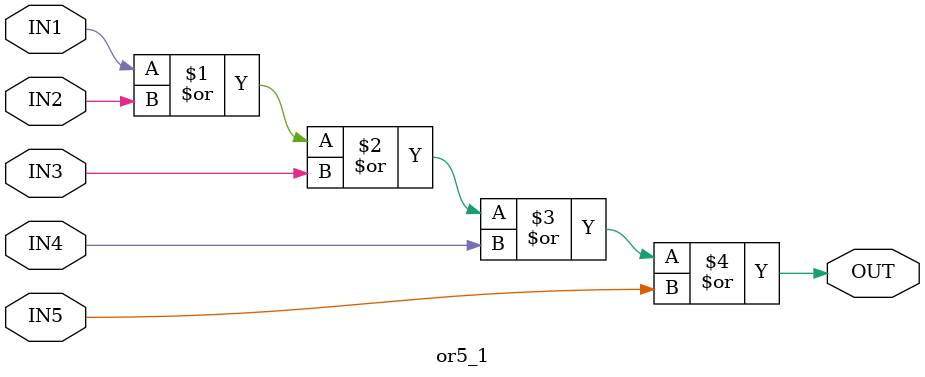
<source format=v>


module CarryLookahead_4bit(
	C0,
	P0,
	G0,
	P1,
	G1,
	P2,
	G2,
	P3,
	G3,
	C1,
	C2,
	C3,
	C4,
	PG,
	GG
);


input wire	C0;
input wire	P0;
input wire	G0;
input wire	P1;
input wire	G1;
input wire	P2;
input wire	G2;
input wire	P3;
input wire	G3;
output wire	C1;
output wire	C2;
output wire	C3;
output wire	C4;
output wire	PG;
output wire	GG;

wire	SYNTHESIZED_WIRE_0;
wire	SYNTHESIZED_WIRE_1;
wire	SYNTHESIZED_WIRE_2;
wire	SYNTHESIZED_WIRE_3;
wire	SYNTHESIZED_WIRE_4;
wire	SYNTHESIZED_WIRE_5;
wire	SYNTHESIZED_WIRE_13;
wire	SYNTHESIZED_WIRE_14;
wire	SYNTHESIZED_WIRE_8;
wire	SYNTHESIZED_WIRE_15;




assign	SYNTHESIZED_WIRE_0 = P0 & C0;

assign	SYNTHESIZED_WIRE_15 = P3 & P2 & P1 & G0;


and5_0	b2v_inst11(
	.IN3(P1),
	.IN2(P2),
	.IN1(P3),
	.IN5(C0),
	.IN4(P0),
	.OUT(SYNTHESIZED_WIRE_8));

assign	C1 = SYNTHESIZED_WIRE_0 | G0;

assign	C2 = SYNTHESIZED_WIRE_1 | SYNTHESIZED_WIRE_2 | G1;

assign	C3 = G2 | SYNTHESIZED_WIRE_3 | SYNTHESIZED_WIRE_4 | SYNTHESIZED_WIRE_5;


or5_1	b2v_inst15(
	.IN1(G3),
	.IN3(SYNTHESIZED_WIRE_13),
	.IN2(SYNTHESIZED_WIRE_14),
	.IN5(SYNTHESIZED_WIRE_8),
	.IN4(SYNTHESIZED_WIRE_15),
	.OUT(C4));

assign	PG = P0 & P1 & P2 & P3;

assign	GG = SYNTHESIZED_WIRE_15 | SYNTHESIZED_WIRE_14 | G3 | SYNTHESIZED_WIRE_13;

assign	SYNTHESIZED_WIRE_1 = P1 & G0;

assign	SYNTHESIZED_WIRE_5 = P2 & G1;

assign	SYNTHESIZED_WIRE_14 = G2 & P3;

assign	SYNTHESIZED_WIRE_2 = P1 & P0 & C0;

assign	SYNTHESIZED_WIRE_3 = P2 & P1 & G0;

assign	SYNTHESIZED_WIRE_13 = P3 & P2 & G1;

assign	SYNTHESIZED_WIRE_4 = P2 & P1 & P0 & C0;


endmodule

module and5_0(IN3,IN2,IN1,IN5,IN4,OUT);
/* synthesis black_box */

input IN3;
input IN2;
input IN1;
input IN5;
input IN4;
output OUT;

assign OUT = IN1 & IN2 & IN3 & IN4 & IN5;

endmodule

module or5_1(IN1,IN3,IN2,IN5,IN4,OUT);
/* synthesis black_box */

input IN1;
input IN3;
input IN2;
input IN5;
input IN4;
output OUT;

assign OUT = IN1 | IN2 | IN3 | IN4 | IN5;

endmodule

</source>
